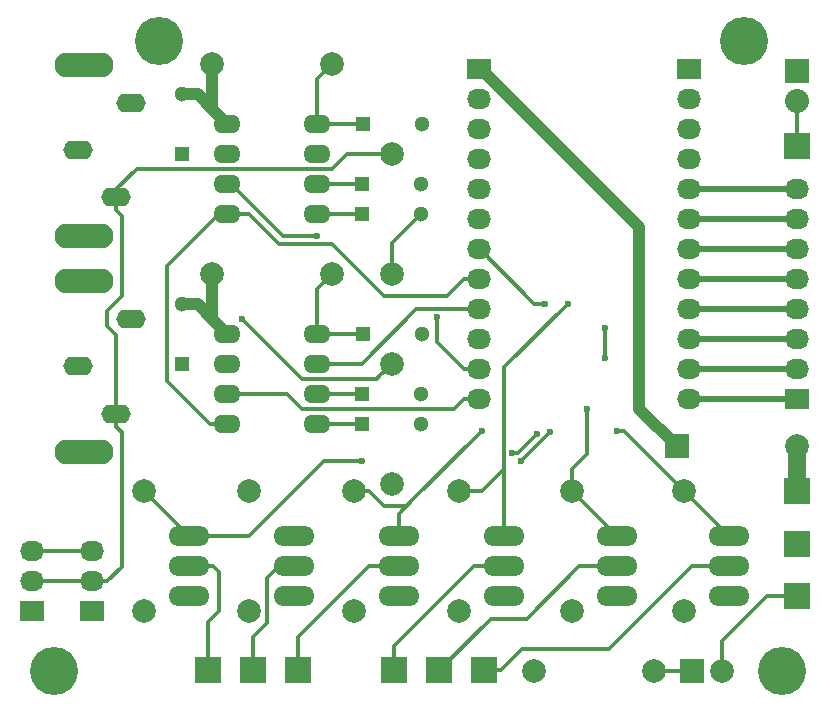
<source format=gbr>
G04 #@! TF.FileFunction,Copper,L1,Top,Mixed*
%FSLAX46Y46*%
G04 Gerber Fmt 4.6, Leading zero omitted, Abs format (unit mm)*
G04 Created by KiCad (PCBNEW (2015-09-17 BZR 6202)-product) date Wednesday, September 23, 2015 'AMt' 01:30:27 AM*
%MOMM*%
G01*
G04 APERTURE LIST*
%ADD10C,0.100000*%
%ADD11C,4.064000*%
%ADD12R,2.235200X2.235200*%
%ADD13R,2.032000X1.727200*%
%ADD14O,2.032000X1.727200*%
%ADD15R,1.300000X1.300000*%
%ADD16C,1.300000*%
%ADD17C,1.998980*%
%ADD18R,1.998980X1.998980*%
%ADD19R,2.032000X2.032000*%
%ADD20O,2.032000X2.032000*%
%ADD21O,2.300000X1.600000*%
%ADD22O,2.500000X1.600000*%
%ADD23O,5.000000X2.100000*%
%ADD24R,2.000000X2.000000*%
%ADD25C,2.000000*%
%ADD26O,3.500120X1.699260*%
%ADD27C,0.600000*%
%ADD28C,0.300000*%
%ADD29C,1.000000*%
%ADD30C,1.500000*%
%ADD31C,0.500000*%
%ADD32C,0.250000*%
G04 APERTURE END LIST*
D10*
D11*
X150495000Y-128270000D03*
X88900000Y-128270000D03*
D12*
X101911143Y-128163701D03*
D11*
X97790000Y-74930000D03*
D13*
X124894362Y-77305728D03*
D14*
X124894362Y-79845728D03*
X124894362Y-82385728D03*
X124894362Y-84925728D03*
X124894362Y-87465728D03*
X124894362Y-90005728D03*
X124894362Y-92545728D03*
X124894362Y-95085728D03*
X124894362Y-97625728D03*
X124894362Y-100165728D03*
X124894362Y-102705728D03*
X124894362Y-105245728D03*
D13*
X142674362Y-77305728D03*
D14*
X142674362Y-92545728D03*
X142674362Y-95085728D03*
X142674362Y-90005728D03*
X142674362Y-97625728D03*
X142674362Y-84925728D03*
X142674362Y-82385728D03*
X142674362Y-79845728D03*
X142674362Y-87465728D03*
X142674362Y-102705728D03*
X142674362Y-100165728D03*
X142674362Y-105245728D03*
D15*
X114935000Y-89535000D03*
D16*
X119935000Y-89535000D03*
D15*
X114935000Y-107315000D03*
D16*
X119935000Y-107315000D03*
D15*
X115015000Y-81915000D03*
D16*
X120015000Y-81915000D03*
D15*
X115015000Y-99695000D03*
D16*
X120015000Y-99695000D03*
D15*
X114935000Y-86995000D03*
D16*
X119935000Y-86995000D03*
D15*
X114935000Y-104775000D03*
D16*
X119935000Y-104775000D03*
D15*
X99695000Y-84455000D03*
D16*
X99695000Y-79455000D03*
D15*
X99695000Y-102235000D03*
D16*
X99695000Y-97235000D03*
D17*
X151765000Y-109220000D03*
D18*
X141605000Y-109220000D03*
D12*
X117663459Y-128195719D03*
X121473459Y-128195719D03*
X105721143Y-128163701D03*
X125283459Y-128195719D03*
X109531143Y-128163701D03*
D13*
X86995000Y-123190000D03*
D14*
X86995000Y-120650000D03*
X86995000Y-118110000D03*
D13*
X92075000Y-123190000D03*
D14*
X92075000Y-120650000D03*
X92075000Y-118110000D03*
D12*
X151765000Y-121920000D03*
X151765000Y-113030000D03*
X151765000Y-117475000D03*
X151765000Y-83820000D03*
D13*
X151765000Y-105245728D03*
D14*
X151765000Y-102705728D03*
X151765000Y-100165728D03*
X151765000Y-97625728D03*
X151765000Y-95085728D03*
X151765000Y-92545728D03*
X151765000Y-90005728D03*
X151765000Y-87465728D03*
D17*
X117475000Y-94615000D03*
X117475000Y-84455000D03*
X117475000Y-112395000D03*
X117475000Y-102235000D03*
X112395000Y-76835000D03*
X102235000Y-76835000D03*
X112395000Y-94615000D03*
X102235000Y-94615000D03*
X129540000Y-128270000D03*
X139700000Y-128270000D03*
X123190000Y-123190000D03*
X123190000Y-113030000D03*
X96520000Y-123190000D03*
X96520000Y-113030000D03*
X132715000Y-123190000D03*
X132715000Y-113030000D03*
X105410000Y-123190000D03*
X105410000Y-113030000D03*
X142240000Y-123190000D03*
X142240000Y-113030000D03*
X114300000Y-123190000D03*
X114300000Y-113030000D03*
D19*
X151765000Y-77470000D03*
D20*
X151765000Y-80010000D03*
D21*
X103505000Y-81915000D03*
X103505000Y-84455000D03*
X103505000Y-86995000D03*
X103505000Y-89535000D03*
X111125000Y-89535000D03*
X111125000Y-86995000D03*
X111125000Y-84455000D03*
X111125000Y-81915000D03*
X103505000Y-99695000D03*
X103505000Y-102235000D03*
X103505000Y-104775000D03*
X103505000Y-107315000D03*
X111125000Y-107315000D03*
X111125000Y-104775000D03*
X111125000Y-102235000D03*
X111125000Y-99695000D03*
D22*
X94143607Y-88172355D03*
X95393607Y-80172355D03*
D23*
X91393607Y-76922355D03*
X91393607Y-91422355D03*
D22*
X90893607Y-84172355D03*
X94143607Y-106482355D03*
X95393607Y-98482355D03*
D23*
X91393607Y-95232355D03*
X91393607Y-109732355D03*
D22*
X90893607Y-102482355D03*
D24*
X142875000Y-128270000D03*
D25*
X145415000Y-128270000D03*
D26*
X100330000Y-119380000D03*
X100330000Y-116840000D03*
X100330000Y-121920000D03*
X109220000Y-119380000D03*
X109220000Y-116840000D03*
X109220000Y-121920000D03*
X118110000Y-119380000D03*
X118110000Y-116840000D03*
X118110000Y-121920000D03*
X127000000Y-119380000D03*
X127000000Y-116840000D03*
X127000000Y-121920000D03*
X136525000Y-119380000D03*
X136525000Y-116840000D03*
X136525000Y-121920000D03*
X146050000Y-119380000D03*
X146050000Y-116840000D03*
X146050000Y-121920000D03*
D11*
X147320000Y-74930000D03*
D27*
X135509000Y-99187000D03*
X135509000Y-101727000D03*
X104775000Y-98425000D03*
X132410010Y-97155000D03*
X114935000Y-110490000D03*
X128450013Y-110490000D03*
X130884253Y-108024253D03*
X133985000Y-106045000D03*
X127650020Y-109839978D03*
X129789627Y-108199627D03*
X136525000Y-107950000D03*
X125095006Y-107950000D03*
X121285000Y-98275738D03*
X111125000Y-91424980D03*
X130460010Y-97155000D03*
D28*
X135509000Y-101727000D02*
X135509000Y-99187000D01*
X114935000Y-89535000D02*
X111125000Y-89535000D01*
X117475000Y-94615000D02*
X117475000Y-91995000D01*
X117475000Y-91995000D02*
X119935000Y-89535000D01*
X111125000Y-107315000D02*
X114935000Y-107315000D01*
X111125000Y-81915000D02*
X111125000Y-78105000D01*
X111125000Y-78105000D02*
X112395000Y-76835000D01*
X111125000Y-81915000D02*
X115015000Y-81915000D01*
X111125000Y-99695000D02*
X111125000Y-95885000D01*
X111125000Y-95885000D02*
X112395000Y-94615000D01*
X111125000Y-99695000D02*
X115015000Y-99695000D01*
X114935000Y-86995000D02*
X111125000Y-86995000D01*
X114935000Y-104775000D02*
X111125000Y-104775000D01*
D29*
X141605000Y-109220000D02*
X138430000Y-106045000D01*
X138430000Y-106045000D02*
X138430000Y-90688966D01*
X138430000Y-90688966D02*
X125046762Y-77305728D01*
X125046762Y-77305728D02*
X124894362Y-77305728D01*
X99695000Y-79455000D02*
X101045000Y-79455000D01*
X101045000Y-79455000D02*
X102235000Y-80645000D01*
X99695000Y-97235000D02*
X101045000Y-97235000D01*
X101045000Y-97235000D02*
X102235000Y-98425000D01*
X102235000Y-76835000D02*
X102235000Y-80645000D01*
X102235000Y-80645000D02*
X103505000Y-81915000D01*
X102235000Y-94615000D02*
X102235000Y-98425000D01*
X102235000Y-98425000D02*
X103505000Y-99695000D01*
X103855000Y-81915000D02*
X103505000Y-81915000D01*
X103855000Y-99695000D02*
X103505000Y-99695000D01*
D30*
X151765000Y-113030000D02*
X151765000Y-109220000D01*
D28*
X139700000Y-128270000D02*
X142875000Y-128270000D01*
X145415000Y-128270000D02*
X145415000Y-125730000D01*
X145415000Y-125730000D02*
X149225000Y-121920000D01*
X149225000Y-121920000D02*
X151765000Y-121920000D01*
X127000000Y-119380000D02*
X124460000Y-119380000D01*
X124460000Y-119380000D02*
X117663459Y-126176541D01*
X117663459Y-126176541D02*
X117663459Y-126778119D01*
X117663459Y-126778119D02*
X117663459Y-128195719D01*
X100330000Y-119380000D02*
X102380060Y-119380000D01*
X102870000Y-123190000D02*
X101911143Y-124148857D01*
X102380060Y-119380000D02*
X102870000Y-119869940D01*
X102870000Y-119869940D02*
X102870000Y-123190000D01*
X101911143Y-124148857D02*
X101911143Y-128163701D01*
X121473459Y-128195719D02*
X125844178Y-123825000D01*
X125844178Y-123825000D02*
X128905000Y-123825000D01*
X128905000Y-123825000D02*
X133350000Y-119380000D01*
X133350000Y-119380000D02*
X136525000Y-119380000D01*
X109220000Y-119380000D02*
X107950000Y-119380000D01*
X107950000Y-119380000D02*
X106934000Y-120396000D01*
X106934000Y-120396000D02*
X106934000Y-124206000D01*
X106934000Y-124206000D02*
X105721143Y-125418857D01*
X105721143Y-125418857D02*
X105721143Y-128163701D01*
X146050000Y-119380000D02*
X142875000Y-119380000D01*
X142875000Y-119380000D02*
X135890000Y-126365000D01*
X135890000Y-126365000D02*
X128531778Y-126365000D01*
X128531778Y-126365000D02*
X126701059Y-128195719D01*
X126701059Y-128195719D02*
X125283459Y-128195719D01*
X118110000Y-119380000D02*
X115570000Y-119380000D01*
X115570000Y-119380000D02*
X109531143Y-125418857D01*
X109531143Y-125418857D02*
X109531143Y-126746101D01*
X109531143Y-126746101D02*
X109531143Y-128163701D01*
X117475000Y-84455000D02*
X113665000Y-84455000D01*
X113665000Y-84455000D02*
X112395000Y-85725000D01*
X94143607Y-87466393D02*
X94143607Y-88172355D01*
X112395000Y-85725000D02*
X95885000Y-85725000D01*
X95885000Y-85725000D02*
X94143607Y-87466393D01*
X94143607Y-106482355D02*
X94143607Y-99858607D01*
X94615000Y-89743748D02*
X94143607Y-89272355D01*
X94143607Y-99858607D02*
X93345000Y-99060000D01*
X94615000Y-96520000D02*
X94615000Y-89743748D01*
X93345000Y-99060000D02*
X93345000Y-97790000D01*
X93345000Y-97790000D02*
X94615000Y-96520000D01*
X94143607Y-89272355D02*
X94143607Y-88172355D01*
X92075000Y-120650000D02*
X93391000Y-120650000D01*
X93391000Y-120650000D02*
X94615000Y-119426000D01*
X94143607Y-107582355D02*
X94143607Y-106482355D01*
X94615000Y-119426000D02*
X94615000Y-108053748D01*
X94615000Y-108053748D02*
X94143607Y-107582355D01*
X86995000Y-120650000D02*
X92075000Y-120650000D01*
X104775000Y-98425000D02*
X109855000Y-103505000D01*
X109855000Y-103505000D02*
X116205000Y-103505000D01*
X116205000Y-103505000D02*
X116475511Y-103234489D01*
X116475511Y-103234489D02*
X117475000Y-102235000D01*
X86995000Y-118110000D02*
X92075000Y-118110000D01*
X151765000Y-83820000D02*
X151765000Y-80010000D01*
D31*
X142674362Y-105245728D02*
X151765000Y-105245728D01*
X142674362Y-102705728D02*
X151765000Y-102705728D01*
X142674362Y-100165728D02*
X151765000Y-100165728D01*
X142674362Y-97625728D02*
X151765000Y-97625728D01*
X142674362Y-95085728D02*
X151765000Y-95085728D01*
X142674362Y-92545728D02*
X151765000Y-92545728D01*
X142674362Y-90005728D02*
X151765000Y-90005728D01*
X142674362Y-87465728D02*
X151765000Y-87465728D01*
D28*
X132410010Y-97155000D02*
X127000000Y-102565010D01*
X127000000Y-102565010D02*
X127000000Y-111126122D01*
X127000000Y-111126122D02*
X127000000Y-116840000D01*
X123190000Y-113030000D02*
X125096122Y-113030000D01*
X125096122Y-113030000D02*
X127000000Y-111126122D01*
X105410000Y-116840000D02*
X111760000Y-110490000D01*
X111760000Y-110490000D02*
X114510736Y-110490000D01*
X114510736Y-110490000D02*
X114935000Y-110490000D01*
X100330000Y-116840000D02*
X105410000Y-116840000D01*
X96520000Y-113030000D02*
X97519489Y-114029489D01*
X97519489Y-114029489D02*
X100330000Y-116840000D01*
X130884253Y-108024253D02*
X128450013Y-110458493D01*
X128450013Y-110458493D02*
X128450013Y-110490000D01*
X132715000Y-113030000D02*
X132715000Y-111125000D01*
X132715000Y-111125000D02*
X133985000Y-109855000D01*
X133985000Y-109855000D02*
X133985000Y-106045000D01*
X136525000Y-116840000D02*
X132715000Y-113030000D01*
X128149276Y-109839978D02*
X128074284Y-109839978D01*
X129789627Y-108199627D02*
X128149276Y-109839978D01*
X128074284Y-109839978D02*
X127650020Y-109839978D01*
X142240000Y-113030000D02*
X146050000Y-116840000D01*
X136525000Y-107950000D02*
X137160000Y-107950000D01*
X137160000Y-107950000D02*
X142240000Y-113030000D01*
X114300000Y-113030000D02*
X115570000Y-113030000D01*
X115570000Y-113030000D02*
X116840000Y-114300000D01*
X116840000Y-114300000D02*
X118745006Y-114300000D01*
X118745006Y-114300000D02*
X119134247Y-113910759D01*
X118110000Y-114935006D02*
X119134247Y-113910759D01*
X119134247Y-113910759D02*
X124795007Y-108249999D01*
X118110000Y-116840000D02*
X118110000Y-114935006D01*
X124795007Y-108249999D02*
X125095006Y-107950000D01*
X121285000Y-98275738D02*
X121285000Y-100412366D01*
X121285000Y-100412366D02*
X123578362Y-102705728D01*
X123578362Y-102705728D02*
X124894362Y-102705728D01*
X108284980Y-91424980D02*
X110700736Y-91424980D01*
X110700736Y-91424980D02*
X111125000Y-91424980D01*
X103855000Y-86995000D02*
X108284980Y-91424980D01*
X103505000Y-86995000D02*
X103855000Y-86995000D01*
X103505000Y-89535000D02*
X105410000Y-89535000D01*
X123578362Y-95085728D02*
X124894362Y-95085728D01*
X105410000Y-89535000D02*
X107950000Y-92075000D01*
X107950000Y-92075000D02*
X112395000Y-92075000D01*
X122144090Y-96520000D02*
X123578362Y-95085728D01*
X112395000Y-92075000D02*
X116840000Y-96520000D01*
X116840000Y-96520000D02*
X122144090Y-96520000D01*
X103505000Y-107315000D02*
X102055000Y-107315000D01*
X102055000Y-107315000D02*
X98425000Y-103685000D01*
X98425000Y-103685000D02*
X98425000Y-93980000D01*
X98425000Y-93980000D02*
X102870000Y-89535000D01*
X102870000Y-89535000D02*
X103505000Y-89535000D01*
X111125000Y-102235000D02*
X114935000Y-102235000D01*
X114935000Y-102235000D02*
X119544272Y-97625728D01*
X119544272Y-97625728D02*
X123578362Y-97625728D01*
X123578362Y-97625728D02*
X124894362Y-97625728D01*
X103505000Y-104775000D02*
X108585000Y-104775000D01*
X108585000Y-104775000D02*
X109855000Y-106045000D01*
X109855000Y-106045000D02*
X122779090Y-106045000D01*
X122779090Y-106045000D02*
X123578362Y-105245728D01*
X123578362Y-105245728D02*
X124894362Y-105245728D01*
X130460010Y-97155000D02*
X129540000Y-97155000D01*
X129540000Y-97155000D02*
X124930728Y-92545728D01*
D32*
X124930728Y-92545728D02*
X124894362Y-92545728D01*
M02*

</source>
